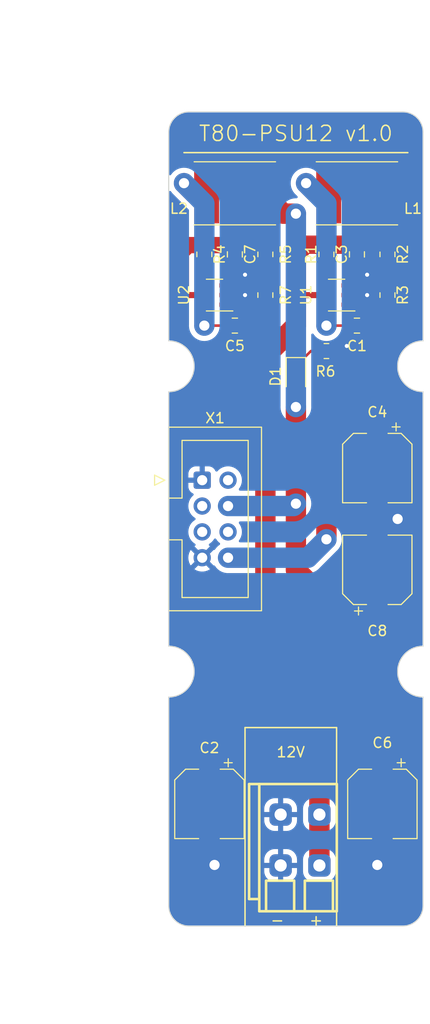
<source format=kicad_pcb>
(kicad_pcb (version 20220914) (generator pcbnew)
  (layers (0 "F.Cu" signal) (31 "B.Cu" signal) (34 "B.Paste" user) (35 "F.Paste" user) (36 "B.SilkS" user "B.Silkscreen") (37 "F.SilkS" user "F.Silkscreen") (38 "B.Mask" user) (39 "F.Mask" user) (44 "Edge.Cuts" user))
  (net 0 "")
  (net 1 "+12V")
  (net 2 "+5V")
  (net 3 "+3V3")
  (net 4 "GND")
  (net 5 "Net-(U1-BST)")
  (net 6 "Net-(U1-LX)")
  (net 7 "Net-(U2-BST)")
  (net 8 "Net-(U2-LX)")
  (net 9 "Net-(D1-K)")
  (net 10 "Net-(U1-SHDN)")
  (net 11 "Net-(U2-SHDN)")
  (net 12 "Net-(U1-FB)")
  (net 13 "Net-(U2-FB)")
  (footprint "Capacitor_SMD:C_0805_2012Metric" (layer "F.Cu") (at 91.5 74 90)
    (fp_text reference "C7" (at 0 1.5 90) (layer "F.SilkS"))
    (fp_text value "100n")
    (fp_line (start -0.261252 -0.735) (end 0.261252 -0.735) (stroke (width 0.12)) (layer "F.SilkS"))
    (fp_line (start -0.261252 0.735) (end 0.261252 0.735) (stroke (width 0.12)) (layer "F.SilkS"))
    (pad "1" smd roundrect (at -0.95 0 90) (size 1 1.45) (layers "F.Cu" "F.Paste" "F.Mask") (net 4 "GND"))
    (pad "2" smd roundrect (at 0.95 0 90) (size 1 1.45) (layers "F.Cu" "F.Paste" "F.Mask") (net 1 "+12V"))
  )
  (footprint "Drake:CKCS6028" (layer "F.Cu") (at 103.5 68)
    (fp_text reference "L1" (at 5.5 1.5) (layer "F.SilkS"))
    (fp_text value "6.8uH")
    (fp_line (start -4 -3.1) (end 4 -3.1) (stroke (width 0.12)) (layer "F.SilkS"))
    (fp_line (start -4 3.1) (end 4 3.1) (stroke (width 0.12)) (layer "F.SilkS"))
    (pad "1" smd rect (at -2.775 0) (size 2.45 5.9) (layers "F.Cu" "F.Paste" "F.Mask") (net 6 "Net-(U1-LX)"))
    (pad "2" smd rect (at 2.775 0) (size 2.45 5.9) (layers "F.Cu" "F.Paste" "F.Mask") (net 2 "+5V"))
  )
  (footprint "Resistor_SMD:R_0805_2012Metric" (layer "F.Cu") (at 106.5 74 90)
    (fp_text reference "R2" (at 0 1.5 90) (layer "F.SilkS"))
    (fp_text value "30.9k 1%")
    (fp_line (start -0.227064 -0.735) (end 0.227064 -0.735) (stroke (width 0.12)) (layer "F.SilkS"))
    (fp_line (start -0.227064 0.735) (end 0.227064 0.735) (stroke (width 0.12)) (layer "F.SilkS"))
    (pad "1" smd roundrect (at -0.9125 0 90) (size 1.025 1.4) (layers "F.Cu" "F.Paste" "F.Mask") (roundrect_rratio 0.243902) (net 12 "Net-(U1-FB)"))
    (pad "2" smd roundrect (at 0.9125 0 90) (size 1.025 1.4) (layers "F.Cu" "F.Paste" "F.Mask") (roundrect_rratio 0.243902) (net 2 "+5V"))
  )
  (footprint "Capacitor_SMD:C_0805_2012Metric" (layer "F.Cu") (at 91.5 81 180)
    (fp_text reference "C5" (at 0 -2) (layer "F.SilkS"))
    (fp_text value "100n")
    (fp_line (start -0.261252 -0.735) (end 0.261252 -0.735) (stroke (width 0.12)) (layer "F.SilkS"))
    (fp_line (start -0.261252 0.735) (end 0.261252 0.735) (stroke (width 0.12)) (layer "F.SilkS"))
    (pad "1" smd roundrect (at -0.95 0 180) (size 1 1.45) (layers "F.Cu" "F.Paste" "F.Mask") (net 7 "Net-(U2-BST)"))
    (pad "2" smd roundrect (at 0.95 0 180) (size 1 1.45) (layers "F.Cu" "F.Paste" "F.Mask") (net 8 "Net-(U2-LX)"))
  )
  (footprint "Resistor_SMD:R_0805_2012Metric" (layer "F.Cu") (at 88.5 74 90)
    (fp_text reference "R4" (at 0 1.5 90) (layer "F.SilkS"))
    (fp_text value "100k")
    (fp_line (start -0.227064 -0.735) (end 0.227064 -0.735) (stroke (width 0.12)) (layer "F.SilkS"))
    (fp_line (start -0.227064 0.735) (end 0.227064 0.735) (stroke (width 0.12)) (layer "F.SilkS"))
    (pad "1" smd roundrect (at -0.9125 0 90) (size 1.025 1.4) (layers "F.Cu" "F.Paste" "F.Mask") (roundrect_rratio 0.243902) (net 11 "Net-(U2-SHDN)"))
    (pad "2" smd roundrect (at 0.9125 0 90) (size 1.025 1.4) (layers "F.Cu" "F.Paste" "F.Mask") (roundrect_rratio 0.243902) (net 1 "+12V"))
  )
  (footprint "Resistor_SMD:R_0805_2012Metric" (layer "F.Cu") (at 94.5 78 90)
    (fp_text reference "R7" (at 0 2 90) (layer "F.SilkS"))
    (fp_text value "6.65k 1%")
    (fp_line (start -0.227064 -0.735) (end 0.227064 -0.735) (stroke (width 0.12)) (layer "F.SilkS"))
    (fp_line (start -0.227064 0.735) (end 0.227064 0.735) (stroke (width 0.12)) (layer "F.SilkS"))
    (pad "1" smd roundrect (at -0.9125 0 90) (size 1.025 1.4) (layers "F.Cu" "F.Paste" "F.Mask") (roundrect_rratio 0.243902) (net 4 "GND"))
    (pad "2" smd roundrect (at 0.9125 0 90) (size 1.025 1.4) (layers "F.Cu" "F.Paste" "F.Mask") (roundrect_rratio 0.243902) (net 13 "Net-(U2-FB)"))
  )
  (footprint "Connector_IDC:IDC-Header_2x04_P2.54mm_Vertical" (layer "F.Cu") (at 88.29 96.19)
    (fp_text reference "X1" (at 1.27 -6.1) (layer "F.SilkS"))
    (fp_text value "~")
    (fp_line (start -4.68 -0.5) (end -4.68 0.5) (stroke (width 0.12)) (layer "F.SilkS"))
    (fp_line (start -4.68 0.5) (end -3.68 0) (stroke (width 0.12)) (layer "F.SilkS"))
    (fp_line (start -3.68 0) (end -4.68 -0.5) (stroke (width 0.12)) (layer "F.SilkS"))
    (fp_line (start -3.29 -5.21) (end 5.83 -5.21) (stroke (width 0.12)) (layer "F.SilkS"))
    (fp_line (start -3.29 1.76) (end -1.98 1.76) (stroke (width 0.12)) (layer "F.SilkS"))
    (fp_line (start -3.29 12.83) (end -3.29 -5.21) (stroke (width 0.12)) (layer "F.SilkS"))
    (fp_line (start -1.98 -3.91) (end 4.52 -3.91) (stroke (width 0.12)) (layer "F.SilkS"))
    (fp_line (start -1.98 1.76) (end -1.98 -3.91) (stroke (width 0.12)) (layer "F.SilkS"))
    (fp_line (start -1.98 5.86) (end -3.29 5.86) (stroke (width 0.12)) (layer "F.SilkS"))
    (fp_line (start -1.98 5.86) (end -1.98 5.86) (stroke (width 0.12)) (layer "F.SilkS"))
    (fp_line (start -1.98 11.53) (end -1.98 5.86) (stroke (width 0.12)) (layer "F.SilkS"))
    (fp_line (start 4.52 -3.91) (end 4.52 11.53) (stroke (width 0.12)) (layer "F.SilkS"))
    (fp_line (start 4.52 11.53) (end -1.98 11.53) (stroke (width 0.12)) (layer "F.SilkS"))
    (fp_line (start 5.83 -5.21) (end 5.83 12.83) (stroke (width 0.12)) (layer "F.SilkS"))
    (fp_line (start 5.83 12.83) (end -3.29 12.83) (stroke (width 0.12)) (layer "F.SilkS"))
    (pad "1" thru_hole roundrect (at 0 0) (size 1.7 1.7) (drill 1) (layers *.Cu *.Mask) (roundrect_rratio 0.147059) (net 4 "GND"))
    (pad "2" thru_hole circle (at 2.54 0) (size 1.7 1.7) (drill 1) (layers *.Cu *.Mask))
    (pad "3" thru_hole circle (at 0 2.54) (size 1.7 1.7) (drill 1) (layers *.Cu *.Mask))
    (pad "4" thru_hole circle (at 2.54 2.54) (size 1.7 1.7) (drill 1) (layers *.Cu *.Mask) (net 3 "+3V3"))
    (pad "5" thru_hole circle (at 0 5.08) (size 1.7 1.7) (drill 1) (layers *.Cu *.Mask))
    (pad "6" thru_hole circle (at 2.54 5.08) (size 1.7 1.7) (drill 1) (layers *.Cu *.Mask))
    (pad "7" thru_hole circle (at 0 7.62) (size 1.7 1.7) (drill 1) (layers *.Cu *.Mask) (net 4 "GND"))
    (pad "8" thru_hole circle (at 2.54 7.62) (size 1.7 1.7) (drill 1) (layers *.Cu *.Mask) (net 2 "+5V"))
  )
  (footprint "Resistor_SMD:R_0805_2012Metric" (layer "F.Cu") (at 100.5 83.5)
    (fp_text reference "R6" (at -0.0875 2) (layer "F.SilkS"))
    (fp_text value "1k5")
    (fp_line (start -0.227064 -0.735) (end 0.227064 -0.735) (stroke (width 0.12)) (layer "F.SilkS"))
    (fp_line (start -0.227064 0.735) (end 0.227064 0.735) (stroke (width 0.12)) (layer "F.SilkS"))
    (pad "1" smd roundrect (at -0.9125 0) (size 1.025 1.4) (layers "F.Cu" "F.Paste" "F.Mask") (roundrect_rratio 0.243902) (net 9 "Net-(D1-K)"))
    (pad "2" smd roundrect (at 0.9125 0) (size 1.025 1.4) (layers "F.Cu" "F.Paste" "F.Mask") (roundrect_rratio 0.243902) (net 4 "GND"))
  )
  (footprint "Drake:CKCS6028" (layer "F.Cu") (at 91.5 68)
    (fp_text reference "L2" (at -5.5 1.5) (layer "F.SilkS"))
    (fp_text value "6.8uH")
    (fp_line (start -4 -3.1) (end 4 -3.1) (stroke (width 0.12)) (layer "F.SilkS"))
    (fp_line (start -4 3.1) (end 4 3.1) (stroke (width 0.12)) (layer "F.SilkS"))
    (pad "1" smd rect (at -2.775 0) (size 2.45 5.9) (layers "F.Cu" "F.Paste" "F.Mask") (net 8 "Net-(U2-LX)"))
    (pad "2" smd rect (at 2.775 0) (size 2.45 5.9) (layers "F.Cu" "F.Paste" "F.Mask") (net 3 "+3V3"))
  )
  (footprint "Capacitor_SMD:C_0805_2012Metric" (layer "F.Cu") (at 103.5 81 180)
    (fp_text reference "C1" (at 0 -2) (layer "F.SilkS"))
    (fp_text value "100n")
    (fp_line (start -0.261252 -0.735) (end 0.261252 -0.735) (stroke (width 0.12)) (layer "F.SilkS"))
    (fp_line (start -0.261252 0.735) (end 0.261252 0.735) (stroke (width 0.12)) (layer "F.SilkS"))
    (pad "1" smd roundrect (at -0.95 0 180) (size 1 1.45) (layers "F.Cu" "F.Paste" "F.Mask") (net 5 "Net-(U1-BST)"))
    (pad "2" smd roundrect (at 0.95 0 180) (size 1 1.45) (layers "F.Cu" "F.Paste" "F.Mask") (net 6 "Net-(U1-LX)"))
  )
  (footprint "Capacitor_SMD:C_0805_2012Metric" (layer "F.Cu") (at 103.5 74 90)
    (fp_text reference "C3" (at 0 -1.5 90) (layer "F.SilkS"))
    (fp_text value "100n")
    (fp_line (start -0.261252 -0.735) (end 0.261252 -0.735) (stroke (width 0.12)) (layer "F.SilkS"))
    (fp_line (start -0.261252 0.735) (end 0.261252 0.735) (stroke (width 0.12)) (layer "F.SilkS"))
    (pad "1" smd roundrect (at -0.95 0 90) (size 1 1.45) (layers "F.Cu" "F.Paste" "F.Mask") (net 4 "GND"))
    (pad "2" smd roundrect (at 0.95 0 90) (size 1 1.45) (layers "F.Cu" "F.Paste" "F.Mask") (net 1 "+12V"))
  )
  (footprint "Resistor_SMD:R_0805_2012Metric" (layer "F.Cu") (at 100.5 74 90)
    (fp_text reference "R1" (at 0 -1.5 90) (layer "F.SilkS"))
    (fp_text value "100k")
    (fp_line (start -0.227064 -0.735) (end 0.227064 -0.735) (stroke (width 0.12)) (layer "F.SilkS"))
    (fp_line (start -0.227064 0.735) (end 0.227064 0.735) (stroke (width 0.12)) (layer "F.SilkS"))
    (pad "1" smd roundrect (at -0.9125 0 90) (size 1.025 1.4) (layers "F.Cu" "F.Paste" "F.Mask") (roundrect_rratio 0.243902) (net 10 "Net-(U1-SHDN)"))
    (pad "2" smd roundrect (at 0.9125 0 90) (size 1.025 1.4) (layers "F.Cu" "F.Paste" "F.Mask") (roundrect_rratio 0.243902) (net 1 "+12V"))
  )
  (footprint "Resistor_SMD:R_0805_2012Metric" (layer "F.Cu") (at 94.5 74 90)
    (fp_text reference "R5" (at 0 2 90) (layer "F.SilkS"))
    (fp_text value "30k 1%")
    (fp_line (start -0.227064 -0.735) (end 0.227064 -0.735) (stroke (width 0.12)) (layer "F.SilkS"))
    (fp_line (start -0.227064 0.735) (end 0.227064 0.735) (stroke (width 0.12)) (layer "F.SilkS"))
    (pad "1" smd roundrect (at -0.9125 0 90) (size 1.025 1.4) (layers "F.Cu" "F.Paste" "F.Mask") (roundrect_rratio 0.243902) (net 13 "Net-(U2-FB)"))
    (pad "2" smd roundrect (at 0.9125 0 90) (size 1.025 1.4) (layers "F.Cu" "F.Paste" "F.Mask") (roundrect_rratio 0.243902) (net 3 "+3V3"))
  )
  (footprint "Package_TO_SOT_SMD:SOT-23-6" (layer "F.Cu") (at 89.5 78 180)
    (fp_text reference "U2" (at 3 0 90) (layer "F.SilkS"))
    (fp_text value "FR8205")
    (fp_line (start 0 -1.56) (end -1.8 -1.56) (stroke (width 0.12)) (layer "F.SilkS"))
    (fp_line (start 0 -1.56) (end 0.8 -1.56) (stroke (width 0.12)) (layer "F.SilkS"))
    (fp_line (start 0 1.56) (end -0.8 1.56) (stroke (width 0.12)) (layer "F.SilkS"))
    (fp_line (start 0 1.56) (end 0.8 1.56) (stroke (width 0.12)) (layer "F.SilkS"))
    (pad "1" smd roundrect (at -1.1375 -0.95 180) (size 1.325 0.6) (layers "F.Cu" "F.Paste" "F.Mask") (net 7 "Net-(U2-BST)"))
    (pad "2" smd roundrect (at -1.1375 0 180) (size 1.325 0.6) (layers "F.Cu" "F.Paste" "F.Mask") (net 4 "GND"))
    (pad "3" smd roundrect (at -1.1375 0.95 180) (size 1.325 0.6) (layers "F.Cu" "F.Paste" "F.Mask") (net 13 "Net-(U2-FB)"))
    (pad "4" smd roundrect (at 1.1375 0.95 180) (size 1.325 0.6) (layers "F.Cu" "F.Paste" "F.Mask") (net 11 "Net-(U2-SHDN)"))
    (pad "5" smd roundrect (at 1.1375 0 180) (size 1.325 0.6) (layers "F.Cu" "F.Paste" "F.Mask") (net 1 "+12V"))
    (pad "6" smd roundrect (at 1.1375 -0.95 180) (size 1.325 0.6) (layers "F.Cu" "F.Paste" "F.Mask") (net 8 "Net-(U2-LX)"))
  )
  (footprint "Capacitor_SMD:CP_Elec_6.3x5.4" (layer "F.Cu") (at 106 128 -90)
    (fp_text reference "C6" (at -6 0) (layer "F.SilkS"))
    (fp_text value "100u/12V")
    (fp_line (start -4.4375 -1.8475) (end -3.65 -1.8475) (stroke (width 0.12)) (layer "F.SilkS"))
    (fp_line (start -4.04375 -2.24125) (end -4.04375 -1.45375) (stroke (width 0.12)) (layer "F.SilkS"))
    (fp_line (start -3.41 -2.345563) (end -3.41 -1.06) (stroke (width 0.12)) (layer "F.SilkS"))
    (fp_line (start -3.41 -2.345563) (end -2.345563 -3.41) (stroke (width 0.12)) (layer "F.SilkS"))
    (fp_line (start -3.41 2.345563) (end -3.41 1.06) (stroke (width 0.12)) (layer "F.SilkS"))
    (fp_line (start -3.41 2.345563) (end -2.345563 3.41) (stroke (width 0.12)) (layer "F.SilkS"))
    (fp_line (start -2.345563 -3.41) (end 3.41 -3.41) (stroke (width 0.12)) (layer "F.SilkS"))
    (fp_line (start -2.345563 3.41) (end 3.41 3.41) (stroke (width 0.12)) (layer "F.SilkS"))
    (fp_line (start 3.41 -3.41) (end 3.41 -1.06) (stroke (width 0.12)) (layer "F.SilkS"))
    (fp_line (start 3.41 3.41) (end 3.41 1.06) (stroke (width 0.12)) (layer "F.SilkS"))
    (pad "1" smd roundrect (at -2.8 0 270) (size 3.5 1.6) (layers "F.Cu" "F.Paste" "F.Mask") (roundrect_rratio 0.15625) (net 1 "+12V"))
    (pad "2" smd roundrect (at 2.8 0 270) (size 3.5 1.6) (layers "F.Cu" "F.Paste" "F.Mask") (roundrect_rratio 0.15625) (net 4 "GND"))
  )
  (footprint "Drake:DG235-3.81-02P" (layer "F.Cu") (at 96 129.049999)
    (fp_text reference "J1" hide)
    (fp_text value "Conn_01x02_Female")
    (fp_line (start -3.1 -3) (end -3.099999 8.301751) (stroke (width 0.254)) (layer "F.SilkS"))
    (fp_line (start -3.1 -3) (end -2.1 -3) (stroke (width 0.254)) (layer "F.SilkS"))
    (fp_line (start -3.099999 8.301751) (end -2.1 8.301751) (stroke (width 0.254)) (layer "F.SilkS"))
    (fp_line (start -2.1 -3) (end -2.1 8.301751) (stroke (width 0.254)) (layer "F.SilkS"))
    (fp_line (start -2.1 -3) (end -2.1 9.5) (stroke (width 0.254)) (layer "F.SilkS"))
    (fp_line (start -2.1 -3) (end 5.52 -3) (stroke (width 0.254)) (layer "F.SilkS"))
    (fp_line (start -2.1 9.5) (end 5.52 9.499999) (stroke (width 0.254)) (layer "F.SilkS"))
    (fp_line (start -1.432999 9.5) (end -1.432999 6.5) (stroke (width 0.254)) (layer "F.SilkS"))
    (fp_line (start 1.329 6.5) (end -1.432999 6.5) (stroke (width 0.254)) (layer "F.SilkS"))
    (fp_line (start 1.329 9.5) (end 1.329 6.5) (stroke (width 0.254)) (layer "F.SilkS"))
    (fp_line (start 2.377 9.5) (end 2.377 6.5) (stroke (width 0.254)) (layer "F.SilkS"))
    (fp_line (start 5.139 6.5) (end 2.377 6.5) (stroke (width 0.254)) (layer "F.SilkS"))
    (fp_line (start 5.139 9.5) (end 5.139 6.5) (stroke (width 0.254)) (layer "F.SilkS"))
    (fp_line (start 5.52 -3) (end 5.52 9.499999) (stroke (width 0.254)) (layer "F.SilkS"))
    (pad "1" thru_hole roundrect (at 0 0) (size 2.2 2.2) (drill 1.2) (layers *.Cu *.Mask) (net 4 "GND"))
    (pad "1" thru_hole roundrect (at 0 5) (size 2.2 2.2) (drill 1.2) (layers *.Cu *.Mask) (net 4 "GND"))
    (pad "2" thru_hole roundrect (at 3.81 0) (size 2.2 2.2) (drill 1.2) (layers *.Cu *.Mask) (net 1 "+12V"))
    (pad "2" thru_hole roundrect (at 3.81 5) (size 2.2 2.2) (drill 1.2) (layers *.Cu *.Mask) (net 1 "+12V"))
  )
  (footprint "Resistor_SMD:R_0805_2012Metric" (layer "F.Cu") (at 106.5 78 90)
    (fp_text reference "R3" (at 0 1.5 90) (layer "F.SilkS"))
    (fp_text value "4.22k 1%")
    (fp_line (start -0.227064 -0.735) (end 0.227064 -0.735) (stroke (width 0.12)) (layer "F.SilkS"))
    (fp_line (start -0.227064 0.735) (end 0.227064 0.735) (stroke (width 0.12)) (layer "F.SilkS"))
    (pad "1" smd roundrect (at -0.9125 0 90) (size 1.025 1.4) (layers "F.Cu" "F.Paste" "F.Mask") (roundrect_rratio 0.243902) (net 4 "GND"))
    (pad "2" smd roundrect (at 0.9125 0 90) (size 1.025 1.4) (layers "F.Cu" "F.Paste" "F.Mask") (roundrect_rratio 0.243902) (net 12 "Net-(U1-FB)"))
  )
  (footprint "Package_TO_SOT_SMD:SOT-23-6" (layer "F.Cu") (at 101.5 78 180)
    (fp_text reference "U1" (at 3 0 90) (layer "F.SilkS"))
    (fp_text value "FR8205")
    (fp_line (start 0 -1.56) (end -1.8 -1.56) (stroke (width 0.12)) (layer "F.SilkS"))
    (fp_line (start 0 -1.56) (end 0.8 -1.56) (stroke (width 0.12)) (layer "F.SilkS"))
    (fp_line (start 0 1.56) (end -0.8 1.56) (stroke (width 0.12)) (layer "F.SilkS"))
    (fp_line (start 0 1.56) (end 0.8 1.56) (stroke (width 0.12)) (layer "F.SilkS"))
    (pad "1" smd roundrect (at -1.1375 -0.95 180) (size 1.325 0.6) (layers "F.Cu" "F.Paste" "F.Mask") (net 5 "Net-(U1-BST)"))
    (pad "2" smd roundrect (at -1.1375 0 180) (size 1.325 0.6) (layers "F.Cu" "F.Paste" "F.Mask") (net 4 "GND"))
    (pad "3" smd roundrect (at -1.1375 0.95 180) (size 1.325 0.6) (layers "F.Cu" "F.Paste" "F.Mask") (net 12 "Net-(U1-FB)"))
    (pad "4" smd roundrect (at 1.1375 0.95 180) (size 1.325 0.6) (layers "F.Cu" "F.Paste" "F.Mask") (net 10 "Net-(U1-SHDN)"))
    (pad "5" smd roundrect (at 1.1375 0 180) (size 1.325 0.6) (layers "F.Cu" "F.Paste" "F.Mask") (net 1 "+12V"))
    (pad "6" smd roundrect (at 1.1375 -0.95 180) (size 1.325 0.6) (layers "F.Cu" "F.Paste" "F.Mask") (net 6 "Net-(U1-LX)"))
  )
  (footprint "Capacitor_SMD:CP_Elec_6.3x5.4" (layer "F.Cu") (at 105.5 95 -90)
    (fp_text reference "C4" (at -5.5 0) (layer "F.SilkS"))
    (fp_text value "100u/12V")
    (fp_line (start -4.4375 -1.8475) (end -3.65 -1.8475) (stroke (width 0.12)) (layer "F.SilkS"))
    (fp_line (start -4.04375 -2.24125) (end -4.04375 -1.45375) (stroke (width 0.12)) (layer "F.SilkS"))
    (fp_line (start -3.41 -2.345563) (end -3.41 -1.06) (stroke (width 0.12)) (layer "F.SilkS"))
    (fp_line (start -3.41 -2.345563) (end -2.345563 -3.41) (stroke (width 0.12)) (layer "F.SilkS"))
    (fp_line (start -3.41 2.345563) (end -3.41 1.06) (stroke (width 0.12)) (layer "F.SilkS"))
    (fp_line (start -3.41 2.345563) (end -2.345563 3.41) (stroke (width 0.12)) (layer "F.SilkS"))
    (fp_line (start -2.345563 -3.41) (end 3.41 -3.41) (stroke (width 0.12)) (layer "F.SilkS"))
    (fp_line (start -2.345563 3.41) (end 3.41 3.41) (stroke (width 0.12)) (layer "F.SilkS"))
    (fp_line (start 3.41 -3.41) (end 3.41 -1.06) (stroke (width 0.12)) (layer "F.SilkS"))
    (fp_line (start 3.41 3.41) (end 3.41 1.06) (stroke (width 0.12)) (layer "F.SilkS"))
    (pad "1" smd roundrect (at -2.8 0 270) (size 3.5 1.6) (layers "F.Cu" "F.Paste" "F.Mask") (roundrect_rratio 0.15625) (net 2 "+5V"))
    (pad "2" smd roundrect (at 2.8 0 270) (size 3.5 1.6) (layers "F.Cu" "F.Paste" "F.Mask") (roundrect_rratio 0.15625) (net 4 "GND"))
  )
  (footprint "Capacitor_SMD:CP_Elec_6.3x5.4" (layer "F.Cu") (at 105.5 105 90)
    (fp_text reference "C8" (at -6 0) (layer "F.SilkS"))
    (fp_text value "100u/12V")
    (fp_line (start -4.4375 -1.8475) (end -3.65 -1.8475) (stroke (width 0.12)) (layer "F.SilkS"))
    (fp_line (start -4.04375 -2.24125) (end -4.04375 -1.45375) (stroke (width 0.12)) (layer "F.SilkS"))
    (fp_line (start -3.41 -2.345563) (end -3.41 -1.06) (stroke (width 0.12)) (layer "F.SilkS"))
    (fp_line (start -3.41 -2.345563) (end -2.345563 -3.41) (stroke (width 0.12)) (layer "F.SilkS"))
    (fp_line (start -3.41 2.345563) (end -3.41 1.06) (stroke (width 0.12)) (layer "F.SilkS"))
    (fp_line (start -3.41 2.345563) (end -2.345563 3.41) (stroke (width 0.12)) (layer "F.SilkS"))
    (fp_line (start -2.345563 -3.41) (end 3.41 -3.41) (stroke (width 0.12)) (layer "F.SilkS"))
    (fp_line (start -2.345563 3.41) (end 3.41 3.41) (stroke (width 0.12)) (layer "F.SilkS"))
    (fp_line (start 3.41 -3.41) (end 3.41 -1.06) (stroke (width 0.12)) (layer "F.SilkS"))
    (fp_line (start 3.41 3.41) (end 3.41 1.06) (stroke (width 0.12)) (layer "F.SilkS"))
    (pad "1" smd roundrect (at -2.8 0 90) (size 3.5 1.6) (layers "F.Cu" "F.Paste" "F.Mask") (roundrect_rratio 0.15625) (net 3 "+3V3"))
    (pad "2" smd roundrect (at 2.8 0 90) (size 3.5 1.6) (layers "F.Cu" "F.Paste" "F.Mask") (roundrect_rratio 0.15625) (net 4 "GND"))
  )
  (footprint "Capacitor_SMD:CP_Elec_6.3x5.4" (layer "F.Cu") (at 89 128 -90)
    (fp_text reference "C2" (at -5.5 0) (layer "F.SilkS"))
    (fp_text value "100u/12V")
    (fp_line (start -4.4375 -1.8475) (end -3.65 -1.8475) (stroke (width 0.12)) (layer "F.SilkS"))
    (fp_line (start -4.04375 -2.24125) (end -4.04375 -1.45375) (stroke (width 0.12)) (layer "F.SilkS"))
    (fp_line (start -3.41 -2.345563) (end -3.41 -1.06) (stroke (width 0.12)) (layer "F.SilkS"))
    (fp_line (start -3.41 -2.345563) (end -2.345563 -3.41) (stroke (width 0.12)) (layer "F.SilkS"))
    (fp_line (start -3.41 2.345563) (end -3.41 1.06) (stroke (width 0.12)) (layer "F.SilkS"))
    (fp_line (start -3.41 2.345563) (end -2.345563 3.41) (stroke (width 0.12)) (layer "F.SilkS"))
    (fp_line (start -2.345563 -3.41) (end 3.41 -3.41) (stroke (width 0.12)) (layer "F.SilkS"))
    (fp_line (start -2.345563 3.41) (end 3.41 3.41) (stroke (width 0.12)) (layer "F.SilkS"))
    (fp_line (start 3.41 -3.41) (end 3.41 -1.06) (stroke (width 0.12)) (layer "F.SilkS"))
    (fp_line (start 3.41 3.41) (end 3.41 1.06) (stroke (width 0.12)) (layer "F.SilkS"))
    (pad "1" smd roundrect (at -2.8 0 270) (size 3.5 1.6) (layers "F.Cu" "F.Paste" "F.Mask") (roundrect_rratio 0.15625) (net 1 "+12V"))
    (pad "2" smd roundrect (at 2.8 0 270) (size 3.5 1.6) (layers "F.Cu" "F.Paste" "F.Mask") (roundrect_rratio 0.15625) (net 4 "GND"))
  )
  (footprint "LED_SMD:LED_0805_2012Metric_Pad1.15x1.40mm_HandSolder" (layer "F.Cu") (at 97.5 86 -90)
    (fp_text reference "D1" (at 0 2 -270) (layer "F.SilkS"))
    (fp_text value "WHITE")
    (fp_line (start -1.86 -0.96) (end -1.86 0.96) (stroke (width 0.12)) (layer "F.SilkS"))
    (fp_line (start -1.86 0.96) (end 1 0.96) (stroke (width 0.12)) (layer "F.SilkS"))
    (fp_line (start 1 -0.96) (end -1.86 -0.96) (stroke (width 0.12)) (layer "F.SilkS"))
    (pad "1" smd roundrect (at -1.025 0 270) (size 1.15 1.4) (layers "F.Cu" "F.Paste" "F.Mask") (roundrect_rratio 0.217391) (net 9 "Net-(D1-K)"))
    (pad "2" smd roundrect (at 1.025 0 270) (size 1.15 1.4) (layers "F.Cu" "F.Paste" "F.Mask") (roundrect_rratio 0.217391) (net 3 "+3V3"))
  )
  (gr_line (start 92.5 120.5) (end 92.5 140) (stroke (width 0.15)) (layer "F.SilkS"))
  (gr_line (start 99.488 139.911) (end 99.488 139.089) (stroke (width 0.15)) (layer "F.SilkS"))
  (gr_line (start 101.5 120.5) (end 101.5 140) (stroke (width 0.15)) (layer "F.SilkS"))
  (gr_line (start 99.077 139.5) (end 99.899 139.5) (stroke (width 0.15)) (layer "F.SilkS"))
  (gr_line locked (start 108.5 64) (end 86.5 64) (stroke (width 0.15)) (layer "F.SilkS"))
  (gr_line (start 92.5 120.5) (end 101.5 120.5) (stroke (width 0.15)) (layer "F.SilkS"))
  (gr_line (start 95.267 139.5) (end 96.089 139.5) (stroke (width 0.15)) (layer "F.SilkS"))
  (gr_line (start 85 117.5) (end 85 138) (stroke (width 0.1)) (layer "Edge.Cuts"))
  (gr_line (start 87 60) (end 108 60) (stroke (width 0.1)) (layer "Edge.Cuts"))
  (gr_line (start 87 140) (end 108 140) (stroke (width 0.1)) (layer "Edge.Cuts"))
  (gr_line (start 110 87.5) (end 110 112.5) (stroke (width 0.1)) (layer "Edge.Cuts"))
  (gr_arc (start 85 82.5) (mid 87.5 85) (end 85 87.5) (stroke (width 0.1)) (layer "Edge.Cuts"))
  (gr_line (start 110 117.5) (end 110 138) (stroke (width 0.1)) (layer "Edge.Cuts"))
  (gr_line (start 110 62) (end 110 82.5) (stroke (width 0.1)) (layer "Edge.Cuts"))
  (gr_arc (start 110 117.5) (mid 107.5 115) (end 110 112.5) (stroke (width 0.1)) (layer "Edge.Cuts"))
  (gr_arc (start 87 140) (mid 85.585786 139.414214) (end 85 138) (stroke (width 0.1)) (layer "Edge.Cuts"))
  (gr_arc (start 108 60) (mid 109.414214 60.585786) (end 110 62) (stroke (width 0.1)) (layer "Edge.Cuts"))
  (gr_line (start 85 62) (end 85 82.5) (stroke (width 0.1)) (layer "Edge.Cuts"))
  (gr_line (start 85 87.5) (end 85 112.5) (stroke (width 0.1)) (layer "Edge.Cuts"))
  (gr_arc (start 85 112.5) (mid 87.5 115) (end 85 117.5) (stroke (width 0.1)) (layer "Edge.Cuts"))
  (gr_arc (start 110 138) (mid 109.414214 139.414214) (end 108 140) (stroke (width 0.1)) (layer "Edge.Cuts"))
  (gr_arc (start 85 62) (mid 85.585786 60.585786) (end 87 60) (stroke (width 0.1)) (layer "Edge.Cuts"))
  (gr_arc (start 110 87.5) (mid 107.5 85) (end 110 82.5) (stroke (width 0.1)) (layer "Edge.Cuts"))
  (gr_text "12V" (at 97 123.5) (layer "F.SilkS") (effects (font (size 1 1)) (justify bottom)))
  (gr_text locked "T80-PSU12 v1.0" (at 97.5 63) (layer "F.SilkS") (effects (font (size 1.5 1.5)) (justify bottom)))
  (segment (start 97.5 78) (end 97.5 74) (width 2) (layer "F.Cu") (net 1))
  (segment (start 98.45 73.05) (end 97.5 74) (width 1.8) (layer "F.Cu") (net 1))
  (segment (start 97.5 78) (end 97.5 81) (width 2) (layer "F.Cu") (net 1))
  (segment (start 88.5 73.0875) (end 86.9125 73.0875) (width 1.6) (layer "F.Cu") (net 1))
  (segment (start 91.5 64.5) (end 91.5 73.05) (width 1.8) (layer "F.Cu") (net 1))
  (segment (start 100.3625 78) (end 97.5 78) (width 0.6) (layer "F.Cu") (net 1))
  (segment (start 88.5 73.0875) (end 91.4625 73.0875) (width 1.6) (layer "F.Cu") (net 1))
  (segment (start 86.9125 73.0875) (end 86.2 73.8) (width 1.6) (layer "F.Cu") (net 1))
  (segment (start 102.8 122) (end 106 125.2) (width 2) (layer "F.Cu") (net 1))
  (segment (start 97.5 81) (end 94.5 84) (width 2) (layer "F.Cu") (net 1))
  (segment (start 103.5 73.05) (end 98.45 73.05) (width 1.8) (layer "F.Cu") (net 1))
  (segment (start 94.5 84) (end 94.5 122) (width 2) (layer "F.Cu") (net 1))
  (segment (start 86.9 78) (end 86.2 77.3) (width 0.6) (layer "F.Cu") (net 1))
  (segment (start 103.5 64.5) (end 101.5 62.5) (width 1.8) (layer "F.Cu") (net 1))
  (segment (start 99.81 133.549999) (end 99.81 122.31) (width 2) (layer "F.Cu") (net 1))
  (segment (start 88.3625 78) (end 86.9 78) (width 0.6) (layer "F.Cu") (net 1))
  (segment (start 93.5 62.5) (end 91.5 64.5) (width 1.8) (layer "F.Cu") (net 1))
  (segment (start 86.2 73.8) (end 86.2 77.3) (width 1.6) (layer "F.Cu") (net 1))
  (segment (start 92.2 122) (end 89 125.2) (width 2) (layer "F.Cu") (net 1))
  (segment (start 103.5 73.05) (end 103.5 64.5) (width 1.8) (layer "F.Cu") (net 1))
  (segment (start 94.5 122) (end 102.8 122) (width 2) (layer "F.Cu") (net 1))
  (segment (start 101.5 62.5) (end 93.5 62.5) (width 1.8) (layer "F.Cu") (net 1))
  (segment (start 94.5 122) (end 92.2 122) (width 2) (layer "F.Cu") (net 1))
  (segment (start 106.5 73.0875) (end 106.5 68.225) (width 0.25) (layer "F.Cu") (net 2))
  (segment (start 106.5 68.225) (end 106.275 68) (width 0.25) (layer "F.Cu") (net 2))
  (segment (start 105.3 92) (end 105.5 92.2) (width 2) (layer "F.Cu") (net 2))
  (segment (start 100.5 88.5) (end 108.5 80.5) (width 2) (layer "F.Cu") (net 2))
  (segment (start 108.5 69.5) (end 107 68) (width 2) (layer "F.Cu") (net 2))
  (segment (start 108.5 80.5) (end 108.5 69.5) (width 2) (layer "F.Cu") (net 2))
  (segment (start 100.5 92) (end 100.5 88.5) (width 2) (layer "F.Cu") (net 2))
  (segment (start 107 68) (end 106.275 68) (width 2) (layer "F.Cu") (net 2))
  (segment (start 100.5 92) (end 105.3 92) (width 2) (layer "F.Cu") (net 2))
  (segment (start 100.5 102) (end 100.5 92) (width 2) (layer "F.Cu") (net 2))
  (via (at 100.5 102) (size 2) (drill 1) (layers "F.Cu" "B.Cu") (net 2))
  (segment (start 98.69 103.81) (end 90.83 103.81) (width 2) (layer "B.Cu") (net 2))
  (segment (start 100.5 102) (end 98.69 103.81) (width 2) (layer "B.Cu") (net 2))
  (segment (start 97.5 87.025) (end 97.5 89) (width 0.25) (layer "F.Cu") (net 3))
  (segment (start 97.5 89) (end 97.5 98.5) (width 2) (layer "F.Cu") (net 3))
  (segment (start 96.275 70) (end 94.275 68) (width 2) (layer "F.Cu") (net 3))
  (segment (start 94.5 73.0875) (end 94.5 68.225) (width 0.25) (layer "F.Cu") (net 3))
  (segment (start 100.3 107.8) (end 105.5 107.8) (width 2) (layer "F.Cu") (net 3))
  (segment (start 97.5 70) (end 96.275 70) (width 2) (layer "F.Cu") (net 3))
  (segment (start 94.5 68.225) (end 94.275 68) (width 0.25) (layer "F.Cu") (net 3))
  (segment (start 97.5 105) (end 100.3 107.8) (width 2) (layer "F.Cu") (net 3))
  (segment (start 97.5 98.5) (end 97.5 105) (width 2) (layer "F.Cu") (net 3))
  (via (at 97.5 70) (size 2) (drill 1) (layers "F.Cu" "B.Cu") (net 3))
  (via (at 97.5 98.5) (size 2) (drill 1) (layers "F.Cu" "B.Cu") (net 3))
  (via (at 97.5 89) (size 2) (drill 1) (layers "F.Cu" "B.Cu") (net 3))
  (segment (start 97.5 89) (end 97.5 70) (width 2) (layer "B.Cu") (net 3))
  (segment (start 97.27 98.73) (end 90.83 98.73) (width 2) (layer "B.Cu") (net 3))
  (segment (start 97.5 98.5) (end 97.27 98.73) (width 2) (layer "B.Cu") (net 3))
  (segment (start 89 133.5) (end 89.5 134) (width 2) (layer "F.Cu") (net 4))
  (segment (start 106 133.5) (end 105.5 134) (width 2) (layer "F.Cu") (net 4))
  (segment (start 102 83.5) (end 102.5 83) (width 0.25) (layer "F.Cu") (net 4))
  (segment (start 105.5 100) (end 105.5 102.2) (width 2) (layer "F.Cu") (net 4))
  (segment (start 106 130.8) (end 106 133.5) (width 2) (layer "F.Cu") (net 4))
  (segment (start 92.5 78) (end 90.6375 78) (width 0.6) (layer "F.Cu") (net 4))
  (segment (start 106.5 78.9125) (end 105.4125 78.9125) (width 0.25) (layer "F.Cu") (net 4))
  (segment (start 101.4125 83.5) (end 102 83.5) (width 0.25) (layer "F.Cu") (net 4))
  (segment (start 91.5 74.95) (end 91.5 75) (width 0.6) (layer "F.Cu") (net 4))
  (segment (start 102.6375 78) (end 104.5 78) (width 0.25) (layer "F.Cu") (net 4))
  (segment (start 93.4125 78.9125) (end 92.5 78) (width 0.25) (layer "F.Cu") (net 4))
  (segment (start 105.4125 78.9125) (end 104.5 78) (width 0.25) (layer "F.Cu") (net 4))
  (segment (start 91.5 75) (end 92.5 76) (width 0.6) (layer "F.Cu") (net 4))
  (segment (start 89 130.8) (end 89 133.5) (width 2) (layer "F.Cu") (net 4))
  (segment (start 94.5 78.9125) (end 93.4125 78.9125) (width 0.25) (layer "F.Cu") (net 4))
  (segment (start 105.5 97.8) (end 105.5 100) (width 2) (layer "F.Cu") (net 4))
  (segment (start 105.5 100) (end 107.5 100) (width 2) (layer "F.Cu") (net 4))
  (segment (start 103.5 75) (end 104.5 76) (width 0.6) (layer "F.Cu") (net 4))
  (segment (start 103.5 74.95) (end 103.5 75) (width 0.25) (layer "F.Cu") (net 4))
  (via (at 104.5 78) (size 0.8) (drill 0.4) (layers "F.Cu" "B.Cu") (net 4))
  (via (at 89.5 134) (size 2) (drill 1) (layers "F.Cu" "B.Cu") (net 4))
  (via (at 102.5 83) (size 0.8) (drill 0.4) (layers "F.Cu" "B.Cu") (net 4))
  (via (at 105.5 134) (size 2) (drill 1) (layers "F.Cu" "B.Cu") (net 4))
  (via (at 92.5 76) (size 0.8) (drill 0.4) (layers "F.Cu" "B.Cu") (net 4))
  (via (at 107.5 100) (size 2) (drill 1) (layers "F.Cu" "B.Cu") (net 4))
  (via (at 92.5 78) (size 0.8) (drill 0.4) (layers "F.Cu" "B.Cu") (net 4))
  (via (at 104.5 76) (size 0.8) (drill 0.4) (layers "F.Cu" "B.Cu") (net 4))
  (segment (start 104.45 80.7625) (end 104.45 81) (width 0.25) (layer "F.Cu") (net 5))
  (segment (start 102.6375 78.95) (end 104.45 80.7625) (width 0.25) (layer "F.Cu") (net 5))
  (segment (start 102.55 81) (end 100.5 81) (width 0.25) (layer "F.Cu") (net 6))
  (segment (start 100.3625 80.8625) (end 100.5 81) (width 0.6) (layer "F.Cu") (net 6))
  (segment (start 99.5 68) (end 98.5 67) (width 2) (layer "F.Cu") (net 6))
  (segment (start 100.3625 78.95) (end 100.3625 80.8625) (width 0.6) (layer "F.Cu") (net 6))
  (segment (start 100.725 68) (end 99.5 68) (width 2) (layer "F.Cu") (net 6))
  (via (at 100.5 81) (size 2) (drill 1) (layers "F.Cu" "B.Cu") (net 6))
  (via (at 98.5 67) (size 2) (drill 1) (layers "F.Cu" "B.Cu") (net 6))
  (segment (start 98.5 67) (end 100.5 69) (width 2) (layer "B.Cu") (net 6))
  (segment (start 100.5 69) (end 100.5 81) (width 2) (layer "B.Cu") (net 6))
  (segment (start 92.45 80.7625) (end 92.45 81) (width 0.25) (layer "F.Cu") (net 7))
  (segment (start 90.6375 78.95) (end 92.45 80.7625) (width 0.25) (layer "F.Cu") (net 7))
  (segment (start 86.5 67) (end 87.5 68) (width 2) (layer "F.Cu") (net 8))
  (segment (start 88.3625 80.8625) (end 88.5 81) (width 0.6) (layer "F.Cu") (net 8))
  (segment (start 88.3625 78.95) (end 88.3625 80.8625) (width 0.6) (layer "F.Cu") (net 8))
  (segment (start 87.5 68) (end 88.725 68) (width 2) (layer "F.Cu") (net 8))
  (segment (start 90.55 81) (end 88.5 81) (width 0.25) (layer "F.Cu") (net 8))
  (via (at 88.5 81) (size 2) (drill 1) (layers "F.Cu" "B.Cu") (net 8))
  (via (at 86.5 67) (size 2) (drill 1) (layers "F.Cu" "B.Cu") (net 8))
  (segment (start 86.5 67) (end 88.5 69) (width 2) (layer "B.Cu") (net 8))
  (segment (start 88.5 69) (end 88.5 81) (width 2) (layer "B.Cu") (net 8))
  (segment (start 98.975 83.5) (end 97.5 84.975) (width 0.25) (layer "F.Cu") (net 9))
  (segment (start 99.5875 83.5) (end 98.975 83.5) (width 0.25) (layer "F.Cu") (net 9))
  (segment (start 100.3625 77.05) (end 100.3625 75.05) (width 0.25) (layer "F.Cu") (net 10))
  (segment (start 100.3625 75.05) (end 100.5 74.9125) (width 0.25) (layer "F.Cu") (net 10))
  (segment (start 88.3625 75.05) (end 88.5 74.9125) (width 0.25) (layer "F.Cu") (net 11))
  (segment (start 88.3625 77.05) (end 88.3625 75.05) (width 0.25) (layer "F.Cu") (net 11))
  (segment (start 102.6375 77.05) (end 106.4625 77.05) (width 0.25) (layer "F.Cu") (net 12))
  (segment (start 106.5 74.9125) (end 106.5 77.0875) (width 0.25) (layer "F.Cu") (net 12))
  (segment (start 106.4625 77.05) (end 106.5 77.0875) (width 0.25) (layer "F.Cu") (net 12))
  (segment (start 90.6375 77.05) (end 94.4625 77.05) (width 0.25) (layer "F.Cu") (net 13))
  (segment (start 94.5 74.9125) (end 94.5 77.0875) (width 0.25) (layer "F.Cu") (net 13))
  (segment (start 94.4625 77.05) (end 94.5 77.0875) (width 0.25) (layer "F.Cu") (net 13))
  (zone (net 4) (net_name "GND") (layer "B.Cu") (connect_pads (clearance 0.508)) (min_thickness 0.254) (fill yes (thermal_gap 0.508) (thermal_bridge_width 0.508) (island_removal_mode 2) (island_area_min 10))
    (polygon (pts (xy 110 140) (xy 85 140) (xy 85 60) (xy 110 60)))
  )
)
</source>
